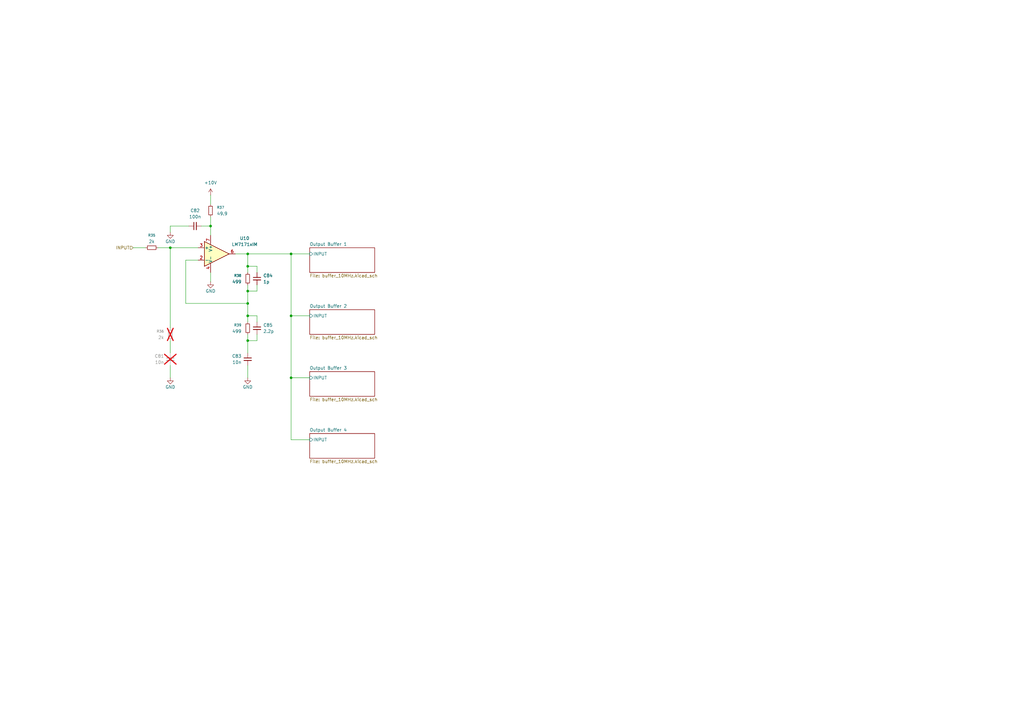
<source format=kicad_sch>
(kicad_sch (version 20250114) (generator "eeschema") (generator_version "9.0")
  (paper "A3")
  (lib_symbols
    (symbol "Amplifier_Operational:LM7171xIM" (pin_names (offset 0.127))
      (property "Reference" "U" (at 0 6.35 0))
      (property "Value" "LM7171xIM" (at 0 3.81 0))
      (symbol "LM7171xIM_1_1"
        (polyline (pts (xy -5.08 5.08) (xy 5.08 0) (xy -5.08 -5.08) (xy -5.08 5.08)) (stroke (width 0.254)) (fill (type background)))
        (pin input line (at -7.62 2.54 0) (length 2.54) (name "+") (number "3"))
        (pin input line (at -7.62 -2.54 0) (length 2.54) (name "-") (number "2"))
        (pin power_in line (at -2.54 7.62 270) (length 3.81) (name "V+") (number "7"))
        (pin power_in line (at -2.54 -7.62 90) (length 3.81) (name "V-") (number "4"))
        (pin no_connect line (at 0 2.54 270) (length 5.08) (hide yes) (name "NC") (number "1"))
        (pin no_connect line (at 0 -2.54 90) (length 5.08) (hide yes) (name "NC") (number "5"))
        (pin no_connect line (at 2.54 -1.27 90) (length 6.35) (hide yes) (name "NC") (number "8"))
        (pin output line (at 7.62 0 180) (length 2.54) (name "~") (number "6"))
      )
    )
    (symbol "Device:C_Small" (pin_numbers (hide yes)) (pin_names (offset 0.254) (hide yes))
      (property "Reference" "C" (at 0.254 1.778 0))
      (property "Value" "C_Small" (at 0.254 -2.032 0))
      (symbol "C_Small_0_1"
        (polyline (pts (xy -1.524 0.508) (xy 1.524 0.508)) (stroke (width 0.3048)))
        (polyline (pts (xy -1.524 -0.508) (xy 1.524 -0.508)) (stroke (width 0.3302)))
      )
      (symbol "C_Small_1_1"
        (pin passive line (at 0 2.54 270) (length 2.032) (name "~") (number "1"))
        (pin passive line (at 0 -2.54 90) (length 2.032) (name "~") (number "2"))
      )
    )
    (symbol "Device:R_Small" (pin_numbers (hide yes)) (pin_names (offset 0.254) (hide yes))
      (property "Reference" "R" (at 0 0 90))
      (property "Value" "R_Small" (at 1.778 0 90))
      (symbol "R_Small_0_1"
        (rectangle (start -0.762 1.778) (end 0.762 -1.778) (stroke (width 0.2032)))
      )
      (symbol "R_Small_1_1"
        (pin passive line (at 0 2.54 270) (length 0.762) (name "~") (number "1"))
        (pin passive line (at 0 -2.54 90) (length 0.762) (name "~") (number "2"))
      )
    )
    (symbol "power:+10V" (power) (pin_numbers (hide yes)) (pin_names (offset 0) (hide yes))
      (property "Value" "+10V" (at 0 3.556 0))
      (symbol "+10V_0_1"
        (polyline (pts (xy -0.762 1.27) (xy 0 2.54)))
        (polyline (pts (xy 0 2.54) (xy 0.762 1.27)))
        (polyline (pts (xy 0 0) (xy 0 2.54)))
      )
      (symbol "+10V_1_1"
        (pin power_in line (at 0 0 90) (length 0) (name "~") (number "1"))
      )
    )
    (symbol "power:GND" (power) (pin_numbers (hide yes)) (pin_names (offset 0) (hide yes))
      (property "Value" "GND" (at 0 -3.81 0))
      (symbol "GND_0_1"
        (polyline (pts (xy 0 0) (xy 0 -1.27) (xy 1.27 -1.27) (xy 0 -2.54) (xy -1.27 -1.27) (xy 0 -1.27)))
      )
      (symbol "GND_1_1"
        (pin power_in line (at 0 0 270) (length 0) (name "~") (number "1"))
      )
    )
  )
  (junction (at 101.6 109.22))
  (junction (at 101.6 139.7))
  (junction (at 69.85 101.6))
  (junction (at 101.6 104.14))
  (junction (at 119.38 104.14))
  (junction (at 101.6 119.38))
  (junction (at 101.6 124.46))
  (junction (at 119.38 154.94))
  (junction (at 86.36 92.71))
  (junction (at 119.38 129.54))
  (junction (at 101.6 129.54))
  (wire (pts (xy 101.6 129.54) (xy 101.6 132.08)))
  (wire (pts (xy 119.38 129.54) (xy 119.38 154.94)))
  (wire (pts (xy 76.2 124.46) (xy 76.2 106.68)))
  (wire (pts (xy 119.38 154.94) (xy 127 154.94)))
  (wire (pts (xy 119.38 104.14) (xy 127 104.14)))
  (wire (pts (xy 96.52 104.14) (xy 101.6 104.14)))
  (wire (pts (xy 105.41 139.7) (xy 101.6 139.7)))
  (wire (pts (xy 69.85 139.7) (xy 69.85 144.78)))
  (wire (pts (xy 101.6 104.14) (xy 101.6 109.22)))
  (wire (pts (xy 105.41 137.16) (xy 105.41 139.7)))
  (wire (pts (xy 86.36 80.01) (xy 86.36 83.82)))
  (wire (pts (xy 101.6 149.86) (xy 101.6 154.94)))
  (wire (pts (xy 54.61 101.6) (xy 59.69 101.6)))
  (wire (pts (xy 101.6 124.46) (xy 76.2 124.46)))
  (wire (pts (xy 119.38 180.34) (xy 127 180.34)))
  (wire (pts (xy 86.36 92.71) (xy 86.36 96.52)))
  (wire (pts (xy 69.85 101.6) (xy 69.85 134.62)))
  (wire (pts (xy 69.85 95.25) (xy 69.85 92.71)))
  (wire (pts (xy 76.2 106.68) (xy 81.28 106.68)))
  (wire (pts (xy 105.41 132.08) (xy 105.41 129.54)))
  (wire (pts (xy 119.38 154.94) (xy 119.38 180.34)))
  (wire (pts (xy 86.36 88.9) (xy 86.36 92.71)))
  (wire (pts (xy 86.36 111.76) (xy 86.36 115.57)))
  (wire (pts (xy 119.38 129.54) (xy 127 129.54)))
  (wire (pts (xy 64.77 101.6) (xy 69.85 101.6)))
  (wire (pts (xy 101.6 129.54) (xy 105.41 129.54)))
  (wire (pts (xy 101.6 109.22) (xy 101.6 111.76)))
  (wire (pts (xy 105.41 111.76) (xy 105.41 109.22)))
  (wire (pts (xy 101.6 124.46) (xy 101.6 129.54)))
  (wire (pts (xy 69.85 149.86) (xy 69.85 154.94)))
  (wire (pts (xy 101.6 116.84) (xy 101.6 119.38)))
  (wire (pts (xy 101.6 109.22) (xy 105.41 109.22)))
  (wire (pts (xy 119.38 104.14) (xy 119.38 129.54)))
  (wire (pts (xy 105.41 119.38) (xy 101.6 119.38)))
  (wire (pts (xy 101.6 119.38) (xy 101.6 124.46)))
  (wire (pts (xy 101.6 104.14) (xy 119.38 104.14)))
  (wire (pts (xy 69.85 92.71) (xy 77.47 92.71)))
  (wire (pts (xy 101.6 139.7) (xy 101.6 144.78)))
  (wire (pts (xy 105.41 116.84) (xy 105.41 119.38)))
  (wire (pts (xy 69.85 101.6) (xy 81.28 101.6)))
  (wire (pts (xy 101.6 137.16) (xy 101.6 139.7)))
  (wire (pts (xy 82.55 92.71) (xy 86.36 92.71)))
  (hierarchical_label "INPUT" (shape input) (at 54.61 101.6 180))
  (symbol (lib_id "power:+10V") (at 86.36 80.01 0) (unit 1)
    (property "Reference" "#PWR079" (effects (hide yes)))
    (property "Value" "+10V" (at 86.36 74.93 0))
    (property "Description" "Power symbol creates a global label with name \"+10V\"" (effects (hide yes)))
  )
  (symbol (lib_id "Device:C_Small") (at 105.41 114.3 0) (unit 1)
    (property "Reference" "C84" (at 107.95 113.0362 0) (effects (justify left)))
    (property "Value" "1p" (at 107.95 115.5762 0) (effects (justify left)))
    (property "Description" "Unpolarized capacitor, small symbol" (effects (hide yes)))
  )
  (symbol (lib_id "power:GND") (at 86.36 115.57 0) (unit 1)
    (property "Reference" "#PWR080" (effects (hide yes)))
    (property "Value" "GND" (at 86.36 119.38 0))
    (property "Description" "Power symbol creates a global label with name \"GND\" , ground" (effects (hide yes)))
  )
  (symbol (lib_id "Device:C_Small") (at 101.6 147.32 0) (mirror y) (unit 1)
    (property "Reference" "C83" (at 99.06 146.0562 0) (effects (justify left)))
    (property "Value" "10n" (at 99.06 148.5962 0) (effects (justify left)))
    (property "Description" "Unpolarized capacitor, small symbol" (effects (hide yes)))
  )
  (symbol (lib_id "Device:R_Small") (at 69.85 137.16 0) (unit 1) (dnp yes)
    (property "Reference" "R36" (at 67.31 135.8899 0) (effects (font (size 1.016 1.016)) (justify right)))
    (property "Value" "2k" (at 67.31 138.4299 0) (effects (justify right)))
    (property "Description" "Resistor, small symbol" (effects (hide yes)))
  )
  (symbol (lib_id "Device:C_Small") (at 105.41 134.62 0) (unit 1)
    (property "Reference" "C85" (at 107.95 133.3562 0) (effects (justify left)))
    (property "Value" "2.2p" (at 107.95 135.8962 0) (effects (justify left)))
    (property "Description" "Unpolarized capacitor, small symbol" (effects (hide yes)))
  )
  (symbol (lib_id "Device:C_Small") (at 80.01 92.71 90) (unit 1)
    (property "Reference" "C82" (at 80.0163 86.36 90))
    (property "Value" "100n" (at 80.0163 88.9 90))
    (property "Description" "Unpolarized capacitor, small symbol" (effects (hide yes)))
  )
  (symbol (lib_id "Device:R_Small") (at 62.23 101.6 90) (unit 1)
    (property "Reference" "R35" (at 62.23 96.52 90) (effects (font (size 1.016 1.016))))
    (property "Value" "2k" (at 62.23 99.06 90))
    (property "Description" "Resistor, small symbol" (effects (hide yes)))
  )
  (symbol (lib_id "power:GND") (at 69.85 154.94 0) (unit 1)
    (property "Reference" "#PWR078" (effects (hide yes)))
    (property "Value" "GND" (at 69.85 158.75 0))
    (property "Description" "Power symbol creates a global label with name \"GND\" , ground" (effects (hide yes)))
  )
  (symbol (lib_id "power:GND") (at 69.85 95.25 0) (unit 1)
    (property "Reference" "#PWR077" (effects (hide yes)))
    (property "Value" "GND" (at 69.85 99.06 0))
    (property "Description" "Power symbol creates a global label with name \"GND\" , ground" (effects (hide yes)))
  )
  (symbol (lib_id "Device:R_Small") (at 86.36 86.36 0) (unit 1)
    (property "Reference" "R37" (at 88.9 85.0899 0) (effects (font (size 1.016 1.016)) (justify left)))
    (property "Value" "49.9" (at 88.9 87.6299 0) (effects (justify left)))
    (property "Description" "Resistor, small symbol" (effects (hide yes)))
  )
  (symbol (lib_id "power:GND") (at 101.6 154.94 0) (unit 1)
    (property "Reference" "#PWR081" (effects (hide yes)))
    (property "Value" "GND" (at 101.6 158.75 0))
    (property "Description" "Power symbol creates a global label with name \"GND\" , ground" (effects (hide yes)))
  )
  (symbol (lib_id "Device:R_Small") (at 101.6 134.62 0) (unit 1)
    (property "Reference" "R39" (at 99.06 133.3499 0) (effects (font (size 1.016 1.016)) (justify right)))
    (property "Value" "499" (at 99.06 135.8899 0) (effects (justify right)))
    (property "Description" "Resistor, small symbol" (effects (hide yes)))
  )
  (symbol (lib_id "Device:C_Small") (at 69.85 147.32 0) (mirror y) (unit 1) (dnp yes)
    (property "Reference" "C81" (at 67.31 146.0562 0) (effects (justify left)))
    (property "Value" "10n" (at 67.31 148.5962 0) (effects (justify left)))
    (property "Description" "Unpolarized capacitor, small symbol" (effects (hide yes)))
  )
  (symbol (lib_id "Device:R_Small") (at 101.6 114.3 0) (unit 1)
    (property "Reference" "R38" (at 99.06 113.0299 0) (effects (font (size 1.016 1.016)) (justify right)))
    (property "Value" "499" (at 99.06 115.5699 0) (effects (justify right)))
    (property "Description" "Resistor, small symbol" (effects (hide yes)))
  )
  (symbol (lib_id "Amplifier_Operational:LM7171xIM") (at 88.9 104.14 0) (unit 1)
    (property "Reference" "U10" (at 100.33 97.7198 0))
    (property "Value" "LM7171xIM" (at 100.33 100.2598 0))
    (property "Footprint" "Package_SO:SOIC-8_3.9x4.9mm_P1.27mm" (effects (hide yes)))
    (property "Datasheet" "https://www.ti.com/lit/ds/symlink/lm7171.pdf" (effects (hide yes)))
    (property "Description" "Single Very High Speed High Output Current Voltage Feedback Amplifier, SOIC-8" (effects (hide yes)))
  )
  (sheet (at 127 152.4) (size 26.67 10.16) (stroke (width 0.1524))
    (property "Sheetname" "Output Buffer 3" (at 127 151.6884 0) (effects (justify left bottom)))
    (property "Sheetfile" "buffer_10MHz.kicad_sch" (at 127 163.1446 0) (effects (justify left top)))
    (pin "INPUT" input (at 127 154.94 180))
  )
  (sheet (at 127 177.8) (size 26.67 10.16) (stroke (width 0.1524))
    (property "Sheetname" "Output Buffer 4" (at 127 177.0884 0) (effects (justify left bottom)))
    (property "Sheetfile" "buffer_10MHz.kicad_sch" (at 127 188.5446 0) (effects (justify left top)))
    (pin "INPUT" input (at 127 180.34 180))
  )
  (sheet (at 127 127) (size 26.67 10.16) (stroke (width 0.1524))
    (property "Sheetname" "Output Buffer 2" (at 127 126.2884 0) (effects (justify left bottom)))
    (property "Sheetfile" "buffer_10MHz.kicad_sch" (at 127 137.7446 0) (effects (justify left top)))
    (pin "INPUT" input (at 127 129.54 180))
  )
  (sheet (at 127 101.6) (size 26.67 10.16) (stroke (width 0.1524))
    (property "Sheetname" "Output Buffer 1" (at 127 100.8884 0) (effects (justify left bottom)))
    (property "Sheetfile" "buffer_10MHz.kicad_sch" (at 127 112.3446 0) (effects (justify left top)))
    (pin "INPUT" input (at 127 104.14 180))
  )
)
</source>
